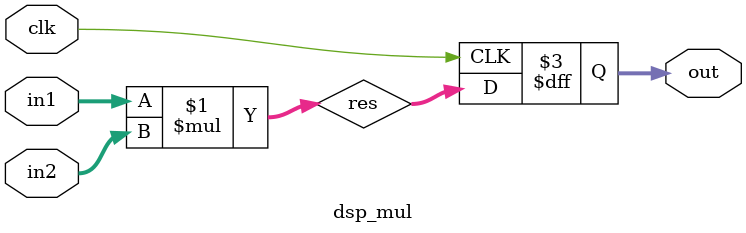
<source format=v>
`timescale 1ns / 1ps

(* use_dsp = "no" *)
module dsp_mul #(
        parameter A_WIDTH = 26,
        parameter B_WIDTH = 18,
        parameter OUT_WIDTH = A_WIDTH + B_WIDTH
    )(
        input                       clk,
        input       [A_WIDTH-1:0]   in1,
        input       [B_WIDTH-1:0]   in2,
        output reg  [OUT_WIDTH-1:0] out
    );
    
    wire [OUT_WIDTH-1:0] res;
    
    assign res = in1 * in2;

    always @(posedge clk) begin
        out <= res;
    end
    
endmodule
</source>
